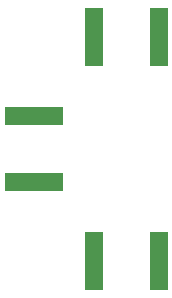
<source format=gbp>
G04 #@! TF.GenerationSoftware,KiCad,Pcbnew,(6.0.9)*
G04 #@! TF.CreationDate,2022-12-03T14:04:53+01:00*
G04 #@! TF.ProjectId,rf_phase_shifter_2_45GHz,72665f70-6861-4736-955f-736869667465,1.0.0*
G04 #@! TF.SameCoordinates,Original*
G04 #@! TF.FileFunction,Paste,Bot*
G04 #@! TF.FilePolarity,Positive*
%FSLAX46Y46*%
G04 Gerber Fmt 4.6, Leading zero omitted, Abs format (unit mm)*
G04 Created by KiCad (PCBNEW (6.0.9)) date 2022-12-03 14:04:53*
%MOMM*%
%LPD*%
G01*
G04 APERTURE LIST*
%ADD10R,1.600000X5.000000*%
%ADD11R,5.000000X1.600000*%
G04 APERTURE END LIST*
D10*
X81685000Y-66654000D03*
X87225000Y-66654000D03*
X87225000Y-47646000D03*
X81685000Y-47646000D03*
D11*
X76602000Y-59920000D03*
X76602000Y-54380000D03*
M02*

</source>
